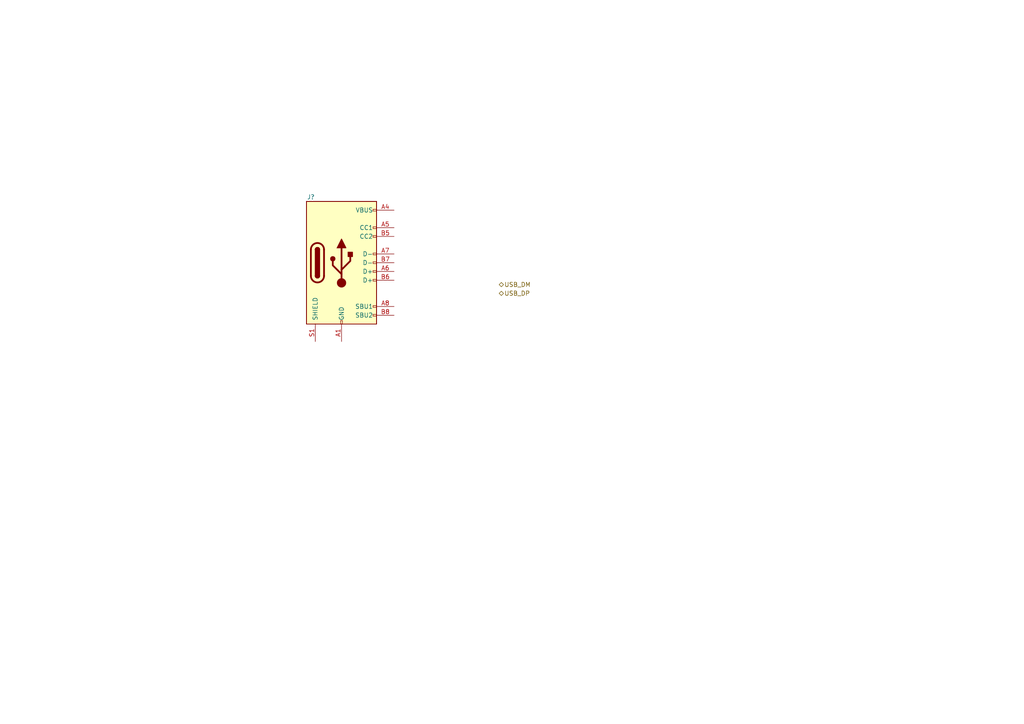
<source format=kicad_sch>
(kicad_sch (version 20211123) (generator eeschema)
  (paper "A4")
  (lib_symbols
    (symbol "Connector:USB_C_Receptacle_USB2.0" (pin_names (offset 1.016))
      (property "Reference" "J" (at -10.16 19.05 0))
      (property "Value" "USB_C_Receptacle_USB2.0" (at 19.05 19.05 0))
      (symbol "USB_C_Receptacle_USB2.0_0_0"
        (rectangle (start -0.254 -17.78) (end 0.254 -16.764))
        (rectangle (start 10.16 -14.986) (end 9.144 -15.494))
        (rectangle (start 10.16 -12.446) (end 9.144 -12.954))
        (rectangle (start 10.16 -4.826) (end 9.144 -5.334))
        (rectangle (start 10.16 -2.286) (end 9.144 -2.794))
        (rectangle (start 10.16 0.254) (end 9.144 -0.254))
        (rectangle (start 10.16 2.794) (end 9.144 2.286))
        (rectangle (start 10.16 7.874) (end 9.144 7.366))
        (rectangle (start 10.16 10.414) (end 9.144 9.906))
        (rectangle (start 10.16 15.494) (end 9.144 14.986))
      )
      (symbol "USB_C_Receptacle_USB2.0_0_1"
        (rectangle (start -10.16 17.78) (end 10.16 -17.78) (stroke (width 0.254)) (fill (type background)))
        (arc (start -8.89 -3.81) (mid -6.985 -5.715) (end -5.08 -3.81) (stroke (width 0.508)))
        (arc (start -7.62 -3.81) (mid -6.985 -4.445) (end -6.35 -3.81) (stroke (width 0.254)))
        (arc (start -7.62 -3.81) (mid -6.985 -4.445) (end -6.35 -3.81) (stroke (width 0.254)) (fill (type outline)))
        (rectangle (start -7.62 -3.81) (end -6.35 3.81) (stroke (width 0.254)) (fill (type outline)))
        (arc (start -6.35 3.81) (mid -6.985 4.445) (end -7.62 3.81) (stroke (width 0.254)))
        (arc (start -6.35 3.81) (mid -6.985 4.445) (end -7.62 3.81) (stroke (width 0.254)) (fill (type outline)))
        (arc (start -5.08 3.81) (mid -6.985 5.715) (end -8.89 3.81) (stroke (width 0.508)))
        (circle (center -2.54 1.143) (radius 0.635) (stroke (width 0.254)) (fill (type outline)))
        (circle (center 0 -5.842) (radius 1.27) (fill (type outline)))
        (polyline (pts (xy -8.89 -3.81) (xy -8.89 3.81)) (stroke (width 0.508)))
        (polyline (pts (xy -5.08 3.81) (xy -5.08 -3.81)) (stroke (width 0.508)))
        (polyline (pts (xy 0 -5.842) (xy 0 4.318)) (stroke (width 0.508)))
        (polyline (pts (xy 0 -3.302) (xy -2.54 -0.762) (xy -2.54 0.508)) (stroke (width 0.508)))
        (polyline (pts (xy 0 -2.032) (xy 2.54 0.508) (xy 2.54 1.778)) (stroke (width 0.508)))
        (polyline (pts (xy -1.27 4.318) (xy 0 6.858) (xy 1.27 4.318) (xy -1.27 4.318)) (stroke (width 0.254)) (fill (type outline)))
        (rectangle (start 1.905 1.778) (end 3.175 3.048) (stroke (width 0.254)) (fill (type outline)))
      )
      (symbol "USB_C_Receptacle_USB2.0_1_1"
        (pin passive line (at 0 -22.86 90) (length 5.08) (name "GND") (number "A1"))
        (pin passive line (at 0 -22.86 90) (length 5.08) hide (name "GND") (number "A12"))
        (pin passive line (at 15.24 15.24 180) (length 5.08) (name "VBUS") (number "A4"))
        (pin bidirectional line (at 15.24 10.16 180) (length 5.08) (name "CC1") (number "A5"))
        (pin bidirectional line (at 15.24 -2.54 180) (length 5.08) (name "D+") (number "A6"))
        (pin bidirectional line (at 15.24 2.54 180) (length 5.08) (name "D-") (number "A7"))
        (pin bidirectional line (at 15.24 -12.7 180) (length 5.08) (name "SBU1") (number "A8"))
        (pin passive line (at 15.24 15.24 180) (length 5.08) hide (name "VBUS") (number "A9"))
        (pin passive line (at 0 -22.86 90) (length 5.08) hide (name "GND") (number "B1"))
        (pin passive line (at 0 -22.86 90) (length 5.08) hide (name "GND") (number "B12"))
        (pin passive line (at 15.24 15.24 180) (length 5.08) hide (name "VBUS") (number "B4"))
        (pin bidirectional line (at 15.24 7.62 180) (length 5.08) (name "CC2") (number "B5"))
        (pin bidirectional line (at 15.24 -5.08 180) (length 5.08) (name "D+") (number "B6"))
        (pin bidirectional line (at 15.24 0 180) (length 5.08) (name "D-") (number "B7"))
        (pin bidirectional line (at 15.24 -15.24 180) (length 5.08) (name "SBU2") (number "B8"))
        (pin passive line (at 15.24 15.24 180) (length 5.08) hide (name "VBUS") (number "B9"))
        (pin passive line (at -7.62 -22.86 90) (length 5.08) (name "SHIELD") (number "S1"))
      )
    )
  )
  (hierarchical_label "USB_DM" (shape bidirectional) (at 144.78 82.55 0))
  (hierarchical_label "USB_DP" (shape bidirectional) (at 144.78 85.09 0))
  (symbol (lib_id "Connector:USB_C_Receptacle_USB2.0") (at 99.06 76.2 0) (unit 1)
    (property "Reference" "J?" (at 90.17 57.15 0))
    (property "Value" "USB_C_Receptacle_USB2.0" (effects hide))
    (property "Datasheet" "https://www.usb.org/sites/default/files/documents/usb_type-c.zip" (effects hide))
  )
)
</source>
